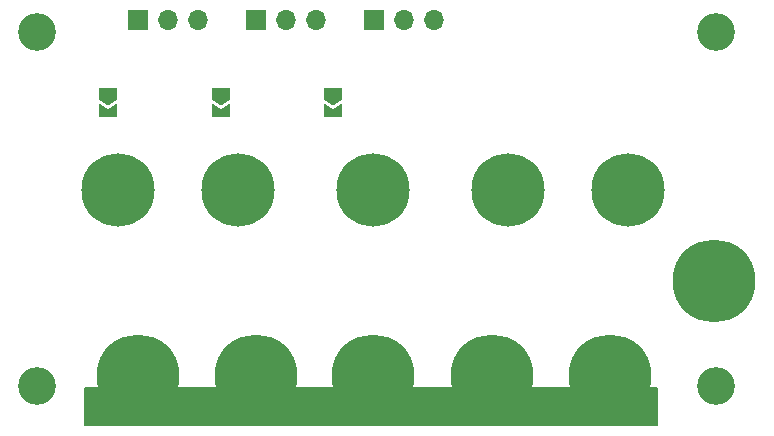
<source format=gbs>
G04 #@! TF.GenerationSoftware,KiCad,Pcbnew,(6.0.5)*
G04 #@! TF.CreationDate,2022-06-23T18:32:15+02:00*
G04 #@! TF.ProjectId,microjuice,6d696372-6f6a-4756-9963-652e6b696361,rev?*
G04 #@! TF.SameCoordinates,Original*
G04 #@! TF.FileFunction,Soldermask,Bot*
G04 #@! TF.FilePolarity,Negative*
%FSLAX46Y46*%
G04 Gerber Fmt 4.6, Leading zero omitted, Abs format (unit mm)*
G04 Created by KiCad (PCBNEW (6.0.5)) date 2022-06-23 18:32:15*
%MOMM*%
%LPD*%
G01*
G04 APERTURE LIST*
G04 Aperture macros list*
%AMFreePoly0*
4,1,6,1.000000,0.000000,0.500000,-0.750000,-0.500000,-0.750000,-0.500000,0.750000,0.500000,0.750000,1.000000,0.000000,1.000000,0.000000,$1*%
%AMFreePoly1*
4,1,6,0.500000,-0.750000,-0.650000,-0.750000,-0.150000,0.000000,-0.650000,0.750000,0.500000,0.750000,0.500000,-0.750000,0.500000,-0.750000,$1*%
G04 Aperture macros list end*
%ADD10C,0.150000*%
%ADD11C,7.000000*%
%ADD12C,3.200000*%
%ADD13C,6.200000*%
%ADD14R,1.700000X1.700000*%
%ADD15O,1.700000X1.700000*%
%ADD16FreePoly0,270.000000*%
%ADD17FreePoly1,270.000000*%
G04 APERTURE END LIST*
D10*
X97500000Y-136750000D02*
X146000000Y-136750000D01*
X146000000Y-136750000D02*
X146000000Y-133650000D01*
X146000000Y-133650000D02*
X97500000Y-133650000D01*
X97500000Y-133650000D02*
X97500000Y-136750000D01*
G36*
X97500000Y-136750000D02*
G01*
X146000000Y-136750000D01*
X146000000Y-133650000D01*
X97500000Y-133650000D01*
X97500000Y-136750000D01*
G37*
D11*
G04 #@! TO.C,H6*
X150800000Y-124600000D03*
G04 #@! TD*
G04 #@! TO.C,H10*
X132000000Y-132588000D03*
G04 #@! TD*
D12*
G04 #@! TO.C,H12*
X151000000Y-133500000D03*
G04 #@! TD*
D13*
G04 #@! TO.C,H9*
X121920000Y-116840000D03*
G04 #@! TD*
D12*
G04 #@! TO.C,H15*
X93500000Y-133500000D03*
G04 #@! TD*
D14*
G04 #@! TO.C,J5*
X122000000Y-102500000D03*
D15*
X124540000Y-102500000D03*
X127080000Y-102500000D03*
G04 #@! TD*
D14*
G04 #@! TO.C,J4*
X112000000Y-102500000D03*
D15*
X114540000Y-102500000D03*
X117080000Y-102500000D03*
G04 #@! TD*
D12*
G04 #@! TO.C,H13*
X151000000Y-103500000D03*
G04 #@! TD*
D13*
G04 #@! TO.C,H7*
X100330000Y-116840000D03*
G04 #@! TD*
G04 #@! TO.C,H5*
X143510000Y-116840000D03*
G04 #@! TD*
D11*
G04 #@! TO.C,H2*
X112000000Y-132588000D03*
G04 #@! TD*
G04 #@! TO.C,H11*
X142000000Y-132588000D03*
G04 #@! TD*
G04 #@! TO.C,H1*
X102000000Y-132588000D03*
G04 #@! TD*
D14*
G04 #@! TO.C,J3*
X102000000Y-102500000D03*
D15*
X104540000Y-102500000D03*
X107080000Y-102500000D03*
G04 #@! TD*
D13*
G04 #@! TO.C,H8*
X110490000Y-116840000D03*
G04 #@! TD*
D11*
G04 #@! TO.C,H3*
X121920000Y-132588000D03*
G04 #@! TD*
D12*
G04 #@! TO.C,H14*
X93500000Y-103500000D03*
G04 #@! TD*
D13*
G04 #@! TO.C,H4*
X133350000Y-116840000D03*
G04 #@! TD*
D16*
G04 #@! TO.C,JP1*
X99500000Y-108775000D03*
D17*
X99500000Y-110225000D03*
G04 #@! TD*
D16*
G04 #@! TO.C,JP2*
X109050000Y-108775000D03*
D17*
X109050000Y-110225000D03*
G04 #@! TD*
D16*
G04 #@! TO.C,JP3*
X118500000Y-108775000D03*
D17*
X118500000Y-110225000D03*
G04 #@! TD*
M02*

</source>
